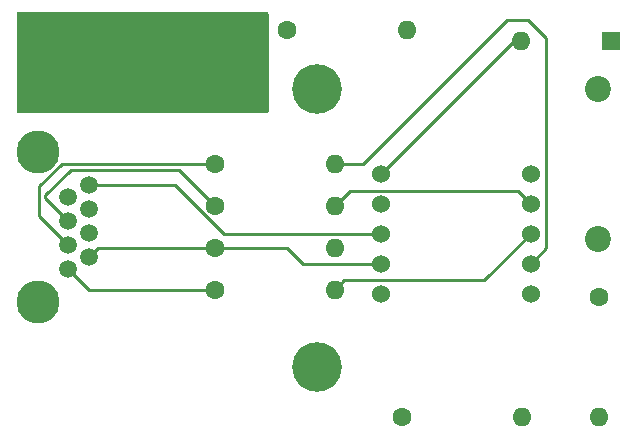
<source format=gbr>
%TF.GenerationSoftware,KiCad,Pcbnew,(6.0.7)*%
%TF.CreationDate,2022-11-01T14:03:11-05:00*%
%TF.ProjectId,Mr_Radar_Kit,4d725f52-6164-4617-925f-4b69742e6b69,rev?*%
%TF.SameCoordinates,Original*%
%TF.FileFunction,Copper,L1,Top*%
%TF.FilePolarity,Positive*%
%FSLAX46Y46*%
G04 Gerber Fmt 4.6, Leading zero omitted, Abs format (unit mm)*
G04 Created by KiCad (PCBNEW (6.0.7)) date 2022-11-01 14:03:11*
%MOMM*%
%LPD*%
G01*
G04 APERTURE LIST*
%TA.AperFunction,ComponentPad*%
%ADD10C,1.524000*%
%TD*%
%TA.AperFunction,ComponentPad*%
%ADD11C,1.600000*%
%TD*%
%TA.AperFunction,ComponentPad*%
%ADD12O,1.600000X1.600000*%
%TD*%
%TA.AperFunction,ComponentPad*%
%ADD13R,1.600000X1.600000*%
%TD*%
%TA.AperFunction,ComponentPad*%
%ADD14C,1.501140*%
%TD*%
%TA.AperFunction,ComponentPad*%
%ADD15C,3.649980*%
%TD*%
%TA.AperFunction,WasherPad*%
%ADD16C,4.200000*%
%TD*%
%TA.AperFunction,ComponentPad*%
%ADD17C,2.200000*%
%TD*%
%TA.AperFunction,Conductor*%
%ADD18C,0.250000*%
%TD*%
G04 APERTURE END LIST*
D10*
%TO.P,U1,1,VBAT*%
%TO.N,Net-(SW1-Pad2)*%
X144376000Y-65485000D03*
%TO.P,U1,2,GND*%
%TO.N,Net-(BT1-Pad2)*%
X144376000Y-68025000D03*
%TO.P,U1,3,D4_A4*%
%TO.N,Net-(J1-Pad8)*%
X144376000Y-70565000D03*
%TO.P,U1,4,D3_A3*%
%TO.N,Net-(J1-Pad2)*%
X144376000Y-73105000D03*
%TO.P,U1,5,~{RESET}*%
%TO.N,unconnected-(U1-Pad5)*%
X144376000Y-75645000D03*
%TO.P,U1,6,3V3*%
%TO.N,unconnected-(U1-Pad6)*%
X157076000Y-75645000D03*
%TO.P,U1,7,D2_A1*%
%TO.N,Net-(R2-Pad2)*%
X157076000Y-73105000D03*
%TO.P,U1,8,D1_A0*%
%TO.N,Net-(U1-Pad8)*%
X157076000Y-70565000D03*
%TO.P,U1,9,D0_A2*%
%TO.N,Net-(R1-Pad2)*%
X157076000Y-68025000D03*
%TO.P,U1,10,USB*%
%TO.N,unconnected-(U1-Pad10)*%
X157076000Y-65485000D03*
%TD*%
D11*
%TO.P,R6,1*%
%TO.N,Net-(J1-Pad1)*%
X130302000Y-75311000D03*
D12*
%TO.P,R6,2*%
%TO.N,Net-(U1-Pad8)*%
X140462000Y-75311000D03*
%TD*%
D11*
%TO.P,R5,1*%
%TO.N,Net-(J1-Pad2)*%
X130302000Y-71755000D03*
D12*
%TO.P,R5,2*%
%TO.N,Net-(BT1-Pad2)*%
X140462000Y-71755000D03*
%TD*%
D11*
%TO.P,R2,1*%
%TO.N,Net-(J1-Pad3)*%
X130302000Y-64643000D03*
D12*
%TO.P,R2,2*%
%TO.N,Net-(R2-Pad2)*%
X140462000Y-64643000D03*
%TD*%
D13*
%TO.P,SW1,1,A*%
%TO.N,Net-(BT1-Pad1)*%
X163830000Y-54229000D03*
D12*
%TO.P,SW1,2,B*%
%TO.N,Net-(SW1-Pad2)*%
X156210000Y-54229000D03*
%TD*%
D11*
%TO.P,R4,1*%
%TO.N,Net-(R2-Pad2)*%
X136398000Y-53340000D03*
D12*
%TO.P,R4,2*%
%TO.N,Net-(BT1-Pad2)*%
X146558000Y-53340000D03*
%TD*%
D14*
%TO.P,J1,1*%
%TO.N,Net-(J1-Pad1)*%
X117856000Y-73533000D03*
%TO.P,J1,2*%
%TO.N,Net-(J1-Pad2)*%
X119634000Y-72517000D03*
%TO.P,J1,3*%
%TO.N,Net-(J1-Pad3)*%
X117856000Y-71501000D03*
%TO.P,J1,4*%
%TO.N,unconnected-(J1-Pad4)*%
X119634000Y-70485000D03*
%TO.P,J1,5*%
%TO.N,Net-(J1-Pad5)*%
X117856000Y-69469000D03*
%TO.P,J1,6*%
%TO.N,unconnected-(J1-Pad6)*%
X119634000Y-68453000D03*
%TO.P,J1,7*%
%TO.N,Net-(J1-Pad1)*%
X117856000Y-67437000D03*
%TO.P,J1,8*%
%TO.N,Net-(J1-Pad8)*%
X119634000Y-66421000D03*
D15*
%TO.P,J1,Hole*%
%TO.N,N/C*%
X115316000Y-76327000D03*
X115316000Y-63627000D03*
%TD*%
D11*
%TO.P,R3,1*%
%TO.N,Net-(R1-Pad2)*%
X162814000Y-75946000D03*
D12*
%TO.P,R3,2*%
%TO.N,Net-(BT1-Pad2)*%
X162814000Y-86106000D03*
%TD*%
D11*
%TO.P,R1,1*%
%TO.N,Net-(J1-Pad5)*%
X130302000Y-68199000D03*
D12*
%TO.P,R1,2*%
%TO.N,Net-(R1-Pad2)*%
X140462000Y-68199000D03*
%TD*%
D11*
%TO.P,R7,1*%
%TO.N,Net-(J1-Pad8)*%
X146177000Y-86106000D03*
D12*
%TO.P,R7,2*%
%TO.N,Net-(BT1-Pad2)*%
X156337000Y-86106000D03*
%TD*%
D16*
%TO.P,BT1,*%
%TO.N,*%
X139005000Y-58354000D03*
X139005000Y-81854000D03*
D17*
%TO.P,BT1,1,+*%
%TO.N,Net-(BT1-Pad1)*%
X162725000Y-58354000D03*
%TO.P,BT1,2,-*%
%TO.N,Net-(BT1-Pad2)*%
X162725000Y-71054000D03*
%TD*%
D18*
%TO.N,Net-(J1-Pad3)*%
X115435546Y-69080546D02*
X117856000Y-71501000D01*
X115435546Y-66548000D02*
X115435546Y-69080546D01*
%TO.N,Net-(R2-Pad2)*%
X155067000Y-52451000D02*
X142875000Y-64643000D01*
X142875000Y-64643000D02*
X140462000Y-64643000D01*
X156845000Y-52451000D02*
X155067000Y-52451000D01*
X158369000Y-71812000D02*
X158369000Y-53975000D01*
X158369000Y-53975000D02*
X156845000Y-52451000D01*
X157076000Y-73105000D02*
X158369000Y-71812000D01*
%TO.N,Net-(J1-Pad3)*%
X117340546Y-64643000D02*
X115435546Y-66548000D01*
%TO.N,Net-(J1-Pad5)*%
X127254000Y-65151000D02*
X130302000Y-68199000D01*
X118110000Y-65151000D02*
X127254000Y-65151000D01*
X117856000Y-69469000D02*
X115951000Y-67564000D01*
X115951000Y-67564000D02*
X115951000Y-67310000D01*
X115951000Y-67310000D02*
X118110000Y-65151000D01*
%TO.N,Net-(J1-Pad3)*%
X117340546Y-64643000D02*
X130302000Y-64643000D01*
%TO.N,Net-(J1-Pad2)*%
X137748000Y-73105000D02*
X144376000Y-73105000D01*
X136398000Y-71755000D02*
X137748000Y-73105000D01*
X130302000Y-71755000D02*
X136398000Y-71755000D01*
X120396000Y-71755000D02*
X119634000Y-72517000D01*
X130302000Y-71755000D02*
X120396000Y-71755000D01*
%TO.N,Net-(J1-Pad8)*%
X126933009Y-66421000D02*
X119634000Y-66421000D01*
X144376000Y-70565000D02*
X131077009Y-70565000D01*
X131077009Y-70565000D02*
X126933009Y-66421000D01*
%TO.N,Net-(J1-Pad1)*%
X119634000Y-75311000D02*
X117856000Y-73533000D01*
X130302000Y-75311000D02*
X119634000Y-75311000D01*
%TO.N,Net-(U1-Pad8)*%
X153129999Y-74511001D02*
X157076000Y-70565000D01*
X141261999Y-74511001D02*
X153129999Y-74511001D01*
X140462000Y-75311000D02*
X141261999Y-74511001D01*
%TO.N,Net-(R1-Pad2)*%
X141723000Y-66938000D02*
X140462000Y-68199000D01*
X155989000Y-66938000D02*
X141723000Y-66938000D01*
X157076000Y-68025000D02*
X155989000Y-66938000D01*
%TO.N,Net-(SW1-Pad2)*%
X155632000Y-54229000D02*
X156210000Y-54229000D01*
X144376000Y-65485000D02*
X155632000Y-54229000D01*
%TD*%
%TA.AperFunction,NonConductor*%
G36*
X134816121Y-51836002D02*
G01*
X134862614Y-51889658D01*
X134874000Y-51942000D01*
X134874000Y-60199000D01*
X134853998Y-60267121D01*
X134800342Y-60313614D01*
X134748000Y-60325000D01*
X113664000Y-60325000D01*
X113595879Y-60304998D01*
X113549386Y-60251342D01*
X113538000Y-60199000D01*
X113538000Y-51942000D01*
X113558002Y-51873879D01*
X113611658Y-51827386D01*
X113664000Y-51816000D01*
X134748000Y-51816000D01*
X134816121Y-51836002D01*
G37*
%TD.AperFunction*%
M02*

</source>
